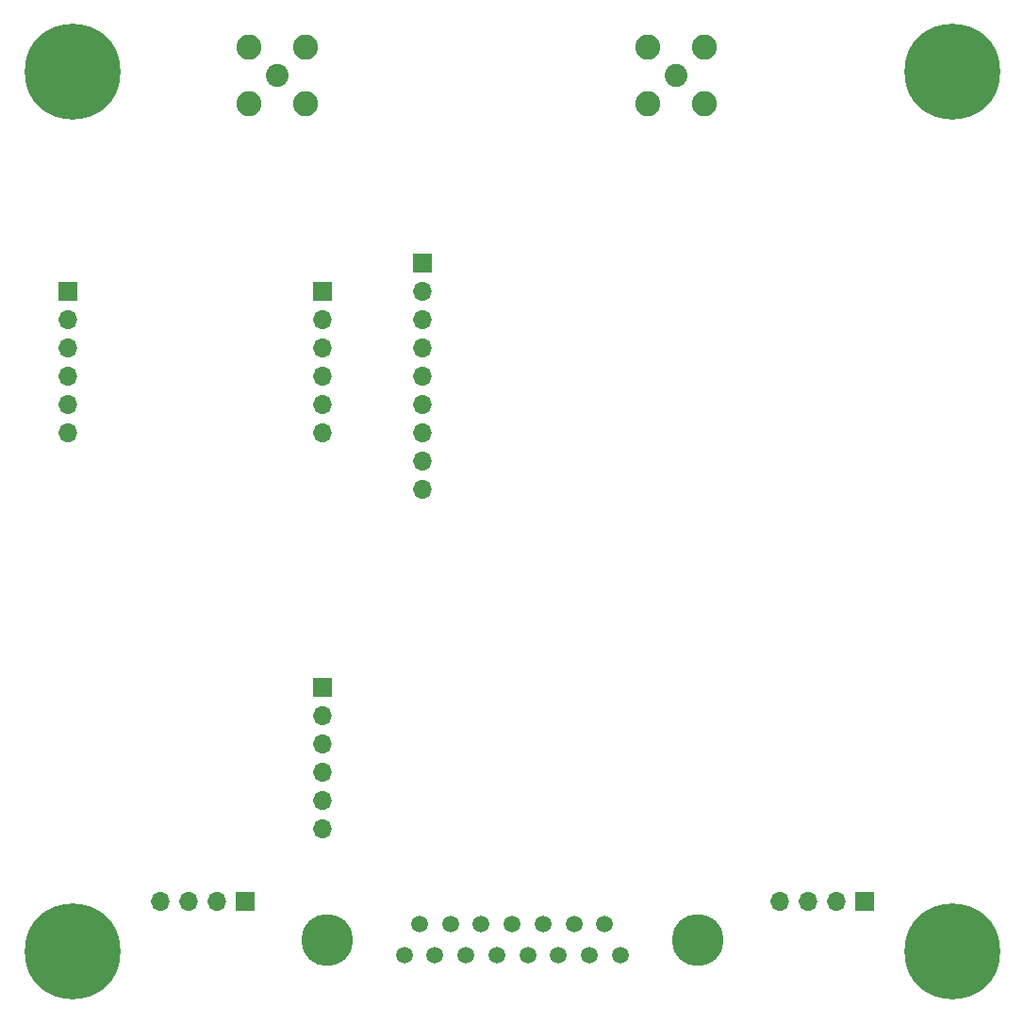
<source format=gbr>
%TF.GenerationSoftware,KiCad,Pcbnew,(6.0.8)*%
%TF.CreationDate,2023-02-25T01:36:39-08:00*%
%TF.ProjectId,RF_Board,52465f42-6f61-4726-942e-6b696361645f,rev?*%
%TF.SameCoordinates,Original*%
%TF.FileFunction,Soldermask,Bot*%
%TF.FilePolarity,Negative*%
%FSLAX46Y46*%
G04 Gerber Fmt 4.6, Leading zero omitted, Abs format (unit mm)*
G04 Created by KiCad (PCBNEW (6.0.8)) date 2023-02-25 01:36:39*
%MOMM*%
%LPD*%
G01*
G04 APERTURE LIST*
%ADD10R,1.700000X1.700000*%
%ADD11O,1.700000X1.700000*%
%ADD12C,1.500000*%
%ADD13C,4.650000*%
%ADD14C,2.050000*%
%ADD15C,2.250000*%
%ADD16C,0.900000*%
%ADD17C,8.600000*%
G04 APERTURE END LIST*
D10*
%TO.C,J6*%
X27949000Y-25168000D03*
D11*
X27949000Y-27708000D03*
X27949000Y-30248000D03*
X27949000Y-32788000D03*
X27949000Y-35328000D03*
X27949000Y-37868000D03*
%TD*%
D10*
%TO.C,J9*%
X36949000Y-22628000D03*
D11*
X36949000Y-25168000D03*
X36949000Y-27708000D03*
X36949000Y-30248000D03*
X36949000Y-32788000D03*
X36949000Y-35328000D03*
X36949000Y-37868000D03*
X36949000Y-40408000D03*
X36949000Y-42948000D03*
%TD*%
D12*
%TO.C,J8*%
X35305000Y-84840000D03*
X38075000Y-84840000D03*
X40845000Y-84840000D03*
X43615000Y-84840000D03*
X46385000Y-84840000D03*
X49155000Y-84840000D03*
X51925000Y-84840000D03*
X54695000Y-84840000D03*
X36690000Y-82000000D03*
X39460000Y-82000000D03*
X42230000Y-82000000D03*
X45000000Y-82000000D03*
X47770000Y-82000000D03*
X50540000Y-82000000D03*
X53310000Y-82000000D03*
D13*
X28350000Y-83420000D03*
X61650000Y-83420000D03*
%TD*%
D10*
%TO.C,J7*%
X27949000Y-60728000D03*
D11*
X27949000Y-63268000D03*
X27949000Y-65808000D03*
X27949000Y-68348000D03*
X27949000Y-70888000D03*
X27949000Y-73428000D03*
%TD*%
D10*
%TO.C,J5*%
X5089000Y-25168000D03*
D11*
X5089000Y-27708000D03*
X5089000Y-30248000D03*
X5089000Y-32788000D03*
X5089000Y-35328000D03*
X5089000Y-37868000D03*
%TD*%
D14*
%TO.C,J3*%
X23876000Y-5842000D03*
D15*
X26416000Y-8382000D03*
X21336000Y-8382000D03*
X26416000Y-3302000D03*
X21336000Y-3302000D03*
%TD*%
D16*
%TO.C,H3*%
X5500000Y-81275000D03*
X7780419Y-82219581D03*
X8725000Y-84500000D03*
X5500000Y-87725000D03*
D17*
X5500000Y-84500000D03*
D16*
X7780419Y-86780419D03*
X3219581Y-86780419D03*
X3219581Y-82219581D03*
X2275000Y-84500000D03*
%TD*%
%TO.C,H4*%
X82219581Y-86780419D03*
X82219581Y-82219581D03*
X84500000Y-87725000D03*
X81275000Y-84500000D03*
X86780419Y-82219581D03*
X87725000Y-84500000D03*
X86780419Y-86780419D03*
X84500000Y-81275000D03*
D17*
X84500000Y-84500000D03*
%TD*%
%TO.C,H2*%
X5500000Y-5500000D03*
D16*
X3219581Y-7780419D03*
X2275000Y-5500000D03*
X3219581Y-3219581D03*
X7780419Y-3219581D03*
X5500000Y-8725000D03*
X5500000Y-2275000D03*
X8725000Y-5500000D03*
X7780419Y-7780419D03*
%TD*%
D10*
%TO.C,J2*%
X76620000Y-80000000D03*
D11*
X74080000Y-80000000D03*
X71540000Y-80000000D03*
X69000000Y-80000000D03*
%TD*%
D14*
%TO.C,J1*%
X59690000Y-5842000D03*
D15*
X57150000Y-3302000D03*
X62230000Y-8382000D03*
X57150000Y-8382000D03*
X62230000Y-3302000D03*
%TD*%
D10*
%TO.C,J4*%
X21000000Y-80000000D03*
D11*
X18460000Y-80000000D03*
X15920000Y-80000000D03*
X13380000Y-80000000D03*
%TD*%
D16*
%TO.C,H1*%
X84500000Y-8725000D03*
X81275000Y-5500000D03*
X86780419Y-7780419D03*
X87725000Y-5500000D03*
X86780419Y-3219581D03*
D17*
X84500000Y-5500000D03*
D16*
X82219581Y-7780419D03*
X84500000Y-2275000D03*
X82219581Y-3219581D03*
%TD*%
M02*

</source>
